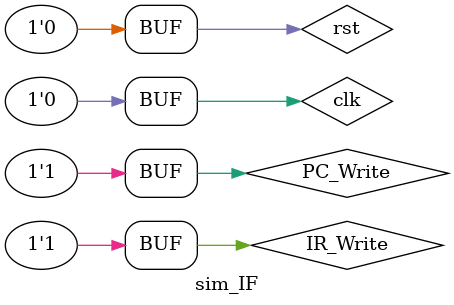
<source format=v>
`timescale 1ns / 1ps


module sim_IF;
reg rst;//复位信号
reg clk;//时钟信号
reg IR_Write=1;
reg PC_Write=1;

wire [31:0]inst;//取指令模块的输出

//取指令模块的实例化
IF uut(
    .rst(rst),
    .clk(clk),
    .IR_Write(IR_Write),
    .PC_Write(PC_Write),
    .inst(inst)
);  

initial begin
    clk=0;//将时钟置于低电平
    rst=1;//先复位
    #1 rst=0;//1ns后复位结束
    repeat(100)begin
        #5 clk=~clk;//5ns时钟翻转一次
    end

end

endmodule

</source>
